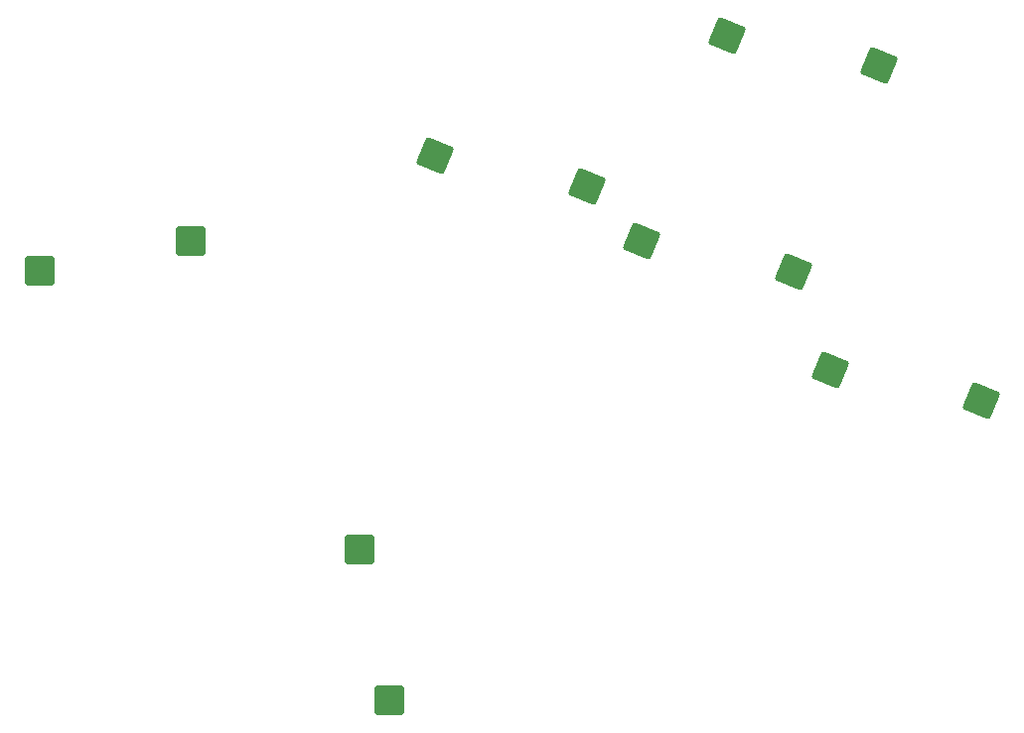
<source format=gbr>
%TF.GenerationSoftware,KiCad,Pcbnew,8.0.4*%
%TF.CreationDate,2024-07-29T01:22:02-07:00*%
%TF.ProjectId,panel_1,70616e65-6c5f-4312-9e6b-696361645f70,rev?*%
%TF.SameCoordinates,Original*%
%TF.FileFunction,Paste,Bot*%
%TF.FilePolarity,Positive*%
%FSLAX46Y46*%
G04 Gerber Fmt 4.6, Leading zero omitted, Abs format (unit mm)*
G04 Created by KiCad (PCBNEW 8.0.4) date 2024-07-29 01:22:02*
%MOMM*%
%LPD*%
G01*
G04 APERTURE LIST*
G04 Aperture macros list*
%AMRoundRect*
0 Rectangle with rounded corners*
0 $1 Rounding radius*
0 $2 $3 $4 $5 $6 $7 $8 $9 X,Y pos of 4 corners*
0 Add a 4 corners polygon primitive as box body*
4,1,4,$2,$3,$4,$5,$6,$7,$8,$9,$2,$3,0*
0 Add four circle primitives for the rounded corners*
1,1,$1+$1,$2,$3*
1,1,$1+$1,$4,$5*
1,1,$1+$1,$6,$7*
1,1,$1+$1,$8,$9*
0 Add four rect primitives between the rounded corners*
20,1,$1+$1,$2,$3,$4,$5,0*
20,1,$1+$1,$4,$5,$6,$7,0*
20,1,$1+$1,$6,$7,$8,$9,0*
20,1,$1+$1,$8,$9,$2,$3,0*%
G04 Aperture macros list end*
%ADD10RoundRect,0.250000X-1.329660X-0.531629X0.564293X-1.316130X1.329660X0.531629X-0.564293X1.316130X0*%
%ADD11RoundRect,0.250000X-1.025000X-1.000000X1.025000X-1.000000X1.025000X1.000000X-1.025000X1.000000X0*%
%ADD12RoundRect,0.250000X1.000000X-1.025000X1.000000X1.025000X-1.000000X1.025000X-1.000000X-1.025000X0*%
G04 APERTURE END LIST*
D10*
%TO.C,SW20_RIGHT*%
X133245279Y-80542329D03*
X120330272Y-77942034D03*
%TD*%
%TO.C,SW17_W*%
X124466227Y-51956786D03*
X111551220Y-49356491D03*
%TD*%
%TO.C,SW18_DOWN*%
X117176108Y-69556691D03*
X104261101Y-66956396D03*
%TD*%
D11*
%TO.C,SW8_DP*%
X65842000Y-66911696D03*
X52915000Y-69451696D03*
%TD*%
D10*
%TO.C,SW19_LEFT*%
X99576203Y-62266572D03*
X86661196Y-59666277D03*
%TD*%
D12*
%TO.C,SW16_SPACE*%
X82770000Y-106145000D03*
X80230000Y-93218000D03*
%TD*%
M02*

</source>
